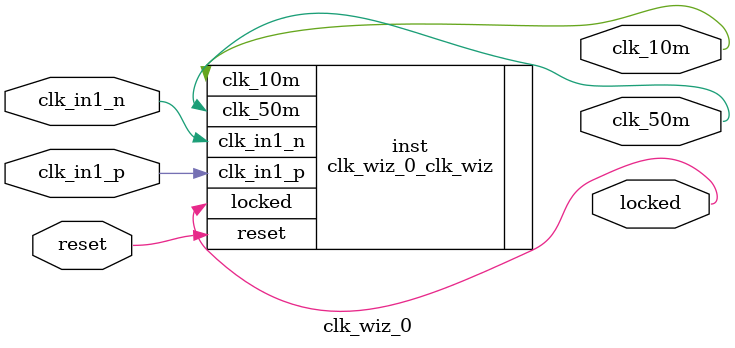
<source format=v>


`timescale 1ps/1ps

(* CORE_GENERATION_INFO = "clk_wiz_0,clk_wiz_v6_0_2_0_0,{component_name=clk_wiz_0,use_phase_alignment=true,use_min_o_jitter=false,use_max_i_jitter=false,use_dyn_phase_shift=false,use_inclk_switchover=false,use_dyn_reconfig=false,enable_axi=0,feedback_source=FDBK_AUTO,PRIMITIVE=MMCM,num_out_clk=2,clkin1_period=5.000,clkin2_period=10.0,use_power_down=false,use_reset=true,use_locked=true,use_inclk_stopped=false,feedback_type=SINGLE,CLOCK_MGR_TYPE=NA,manual_override=false}" *)

module clk_wiz_0 
 (
  // Clock out ports
  output        clk_50m,
  output        clk_10m,
  // Status and control signals
  input         reset,
  output        locked,
 // Clock in ports
  input         clk_in1_p,
  input         clk_in1_n
 );

  clk_wiz_0_clk_wiz inst
  (
  // Clock out ports  
  .clk_50m(clk_50m),
  .clk_10m(clk_10m),
  // Status and control signals               
  .reset(reset), 
  .locked(locked),
 // Clock in ports
  .clk_in1_p(clk_in1_p),
  .clk_in1_n(clk_in1_n)
  );

endmodule

</source>
